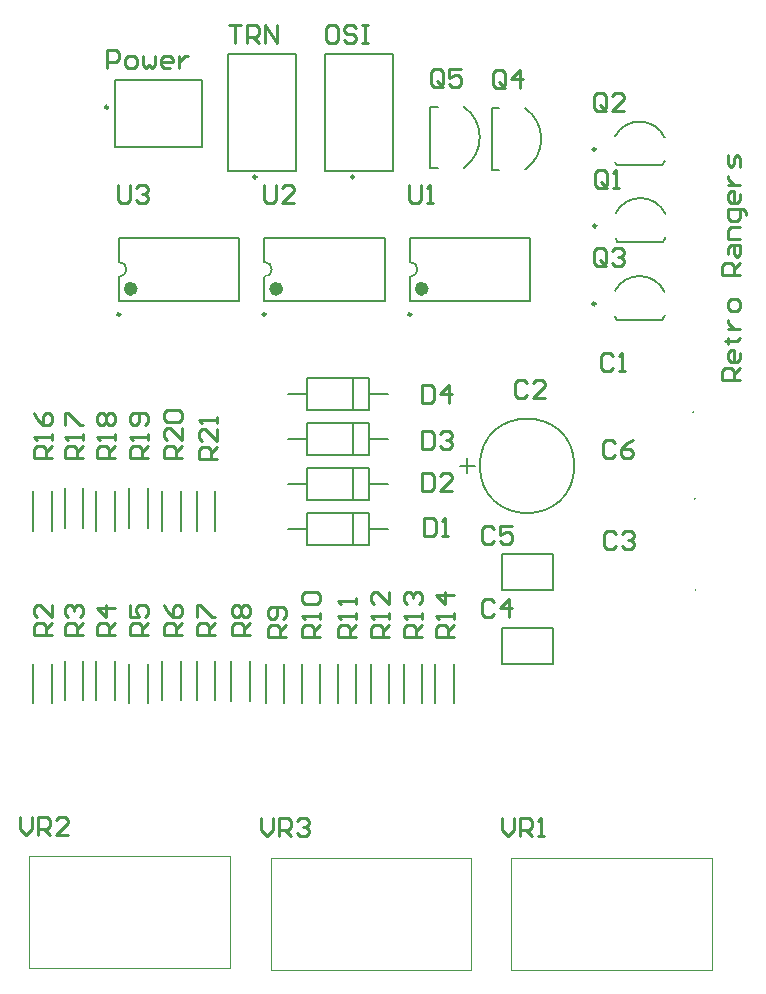
<source format=gto>
G04*
G04 #@! TF.GenerationSoftware,Altium Limited,Altium Designer,22.1.2 (22)*
G04*
G04 Layer_Color=65535*
%FSLAX25Y25*%
%MOIN*%
G70*
G04*
G04 #@! TF.SameCoordinates,46FB2184-AB63-4EF3-BAF8-E11F062B861E*
G04*
G04*
G04 #@! TF.FilePolarity,Positive*
G04*
G01*
G75*
%ADD10C,0.02362*%
%ADD11C,0.00984*%
%ADD12C,0.00787*%
%ADD13C,0.00394*%
%ADD14C,0.01000*%
D10*
X263039Y327504D02*
G03*
X263039Y327504I-1181J0D01*
G01*
X214539D02*
G03*
X214539Y327504I-1181J0D01*
G01*
X166039D02*
G03*
X166039Y327504I-1181J0D01*
G01*
D11*
X258374Y319000D02*
G03*
X258374Y319000I-492J0D01*
G01*
X319835Y322500D02*
G03*
X319835Y322500I-492J0D01*
G01*
X157346Y388000D02*
G03*
X157346Y388000I-492J0D01*
G01*
X209874Y319000D02*
G03*
X209874Y319000I-492J0D01*
G01*
X320098Y348500D02*
G03*
X320098Y348500I-492J0D01*
G01*
X319835Y374000D02*
G03*
X319835Y374000I-492J0D01*
G01*
X239295Y364787D02*
G03*
X239295Y364787I-492J0D01*
G01*
X161374Y319000D02*
G03*
X161374Y319000I-492J0D01*
G01*
X206795Y364787D02*
G03*
X206795Y364787I-492J0D01*
G01*
D12*
X257921Y331500D02*
G03*
X257921Y336500I0J2500D01*
G01*
X326323Y318171D02*
G03*
X326886Y317244I8177J4329D01*
G01*
X342114D02*
G03*
X342884Y318587I-7614J5256D01*
G01*
X342883Y326414D02*
G03*
X326324Y326831I-8383J-3914D01*
G01*
X296335Y367264D02*
G03*
X296335Y387736I-7001J10236D01*
G01*
X312748Y268500D02*
G03*
X312748Y268500I-15748J0D01*
G01*
X352512Y286500D02*
G03*
X352512Y286500I-197J0D01*
G01*
X353012Y257500D02*
G03*
X353012Y257500I-197J0D01*
G01*
X353197Y227000D02*
G03*
X353197Y227000I-197J0D01*
G01*
X275835Y367764D02*
G03*
X275835Y388236I-7001J10236D01*
G01*
X209421Y331500D02*
G03*
X209421Y336500I0J2500D01*
G01*
X326587Y344171D02*
G03*
X327150Y343244I8177J4329D01*
G01*
X342378D02*
G03*
X343148Y344587I-7614J5256D01*
G01*
X343147Y352414D02*
G03*
X326588Y352831I-8383J-3914D01*
G01*
X326323Y369671D02*
G03*
X326886Y368744I8177J4329D01*
G01*
X342114D02*
G03*
X342884Y370087I-7614J5256D01*
G01*
X342883Y377914D02*
G03*
X326324Y378331I-8383J-3914D01*
G01*
X160921Y331500D02*
G03*
X160921Y336500I0J2500D01*
G01*
X298079Y323567D02*
Y344433D01*
X257921Y336500D02*
Y344433D01*
Y323567D02*
Y331500D01*
Y344433D02*
X298079D01*
X257921Y323567D02*
X298079D01*
X198350Y190240D02*
Y203429D01*
X204650Y190240D02*
Y203429D01*
X153350Y190398D02*
Y203587D01*
X159650Y190398D02*
Y203587D01*
X170650Y189413D02*
Y202602D01*
X164350Y189413D02*
Y202602D01*
X175350Y190398D02*
Y203587D01*
X181650Y190398D02*
Y203587D01*
X186850Y190398D02*
Y203587D01*
X193150Y190398D02*
Y203587D01*
X216150Y189413D02*
Y202602D01*
X209850Y189413D02*
Y202602D01*
X228150Y189413D02*
Y202602D01*
X221850Y189413D02*
Y202602D01*
X240150Y189413D02*
Y202602D01*
X233850Y189413D02*
Y202602D01*
X251150Y189413D02*
Y202602D01*
X244850Y189413D02*
Y202602D01*
X262150Y189413D02*
Y202602D01*
X255850Y189413D02*
Y202602D01*
X272650Y189413D02*
Y202602D01*
X266350Y189413D02*
Y202602D01*
X326886Y317244D02*
X342114D01*
X285252Y367264D02*
Y387736D01*
Y367264D02*
X287673D01*
X285252Y387736D02*
X287673D01*
X274500Y268500D02*
X279500D01*
X277000Y266000D02*
Y271000D01*
X239118Y287461D02*
Y297539D01*
X217315Y292500D02*
X223764D01*
X244236D02*
X250685D01*
X244236Y287185D02*
Y297815D01*
X223764D02*
X244236D01*
X223764Y287185D02*
Y297815D01*
Y287185D02*
X244236D01*
X239118Y272461D02*
Y282539D01*
X217315Y277500D02*
X223764D01*
X244236D02*
X250685D01*
X244236Y272185D02*
Y282815D01*
X223764D02*
X244236D01*
X223764Y272185D02*
Y282815D01*
Y272185D02*
X244236D01*
X239118Y257461D02*
Y267539D01*
X217315Y262500D02*
X223764D01*
X244236D02*
X250685D01*
X244236Y257185D02*
Y267815D01*
X223764D02*
X244236D01*
X223764Y257185D02*
Y267815D01*
Y257185D02*
X244236D01*
X239118Y242461D02*
Y252539D01*
X217315Y247500D02*
X223764D01*
X244236D02*
X250685D01*
X244236Y242185D02*
Y252815D01*
X223764D02*
X244236D01*
X223764Y242185D02*
Y252815D01*
Y242185D02*
X244236D01*
X186850Y246913D02*
Y260102D01*
X193150Y246913D02*
Y260102D01*
X153350Y246913D02*
Y260102D01*
X159650Y246913D02*
Y260102D01*
X149150Y247898D02*
Y261087D01*
X142850Y247898D02*
Y261087D01*
X132350Y246913D02*
Y260102D01*
X138650Y246913D02*
Y260102D01*
X170650Y247898D02*
Y261087D01*
X164350Y247898D02*
Y261087D01*
X149150Y190398D02*
Y203587D01*
X142850Y190398D02*
Y203587D01*
X132350Y189413D02*
Y202602D01*
X138650Y189413D02*
Y202602D01*
X175350Y246913D02*
Y260102D01*
X181650Y246913D02*
Y260102D01*
X264752Y367764D02*
Y388236D01*
Y367764D02*
X267173D01*
X264752Y388236D02*
X267173D01*
X159512Y374614D02*
Y397252D01*
Y374614D02*
X188646D01*
Y397252D01*
X159512D02*
X188646D01*
X209421Y323567D02*
X249579D01*
X209421Y344433D02*
X249579D01*
X209421Y323567D02*
Y331500D01*
Y336500D02*
Y344433D01*
X249579Y323567D02*
Y344433D01*
X288496Y214504D02*
X305504D01*
X288496Y202496D02*
X305504D01*
X288496D02*
Y214504D01*
X305504Y202496D02*
Y214504D01*
X327150Y343244D02*
X342378D01*
X326886Y368744D02*
X342114D01*
X229748Y366854D02*
X252386D01*
Y405831D01*
X229748D02*
X252386D01*
X229748Y366854D02*
Y405831D01*
X160921Y323567D02*
X201079D01*
X160921Y344433D02*
X201079D01*
X160921Y323567D02*
Y331500D01*
Y336500D02*
Y344433D01*
X201079Y323567D02*
Y344433D01*
X288496Y226996D02*
X305504D01*
X288496Y239004D02*
X305504D01*
Y226996D02*
Y239004D01*
X288496Y226996D02*
Y239004D01*
X197248Y366854D02*
X219886D01*
Y405831D01*
X197248D02*
X219886D01*
X197248Y366854D02*
Y405831D01*
D13*
X358650Y100539D02*
Y137941D01*
X291721Y100539D02*
X358650D01*
X291721D02*
Y137941D01*
X358650D01*
X278465Y100539D02*
Y137941D01*
X211535Y100539D02*
X278465D01*
X211535D02*
Y137941D01*
X278465D01*
X197965Y101039D02*
Y138441D01*
X131035Y101039D02*
X197965D01*
X131035D02*
Y138441D01*
X197965D01*
D14*
X368001Y297000D02*
X362003D01*
Y299999D01*
X363002Y300999D01*
X365002D01*
X366001Y299999D01*
Y297000D01*
Y298999D02*
X368001Y300999D01*
Y305997D02*
Y303998D01*
X367001Y302998D01*
X365002D01*
X364002Y303998D01*
Y305997D01*
X365002Y306997D01*
X366001D01*
Y302998D01*
X363002Y309996D02*
X364002D01*
Y308996D01*
Y310996D01*
Y309996D01*
X367001D01*
X368001Y310996D01*
X364002Y313995D02*
X368001D01*
X366001D01*
X365002Y314994D01*
X364002Y315994D01*
Y316993D01*
X368001Y320992D02*
Y322992D01*
X367001Y323991D01*
X365002D01*
X364002Y322992D01*
Y320992D01*
X365002Y319993D01*
X367001D01*
X368001Y320992D01*
Y331989D02*
X362003D01*
Y334988D01*
X363002Y335987D01*
X365002D01*
X366001Y334988D01*
Y331989D01*
Y333988D02*
X368001Y335987D01*
X364002Y338986D02*
Y340986D01*
X365002Y341985D01*
X368001D01*
Y338986D01*
X367001Y337987D01*
X366001Y338986D01*
Y341985D01*
X368001Y343985D02*
X364002D01*
Y346984D01*
X365002Y347984D01*
X368001D01*
X370000Y351982D02*
Y352982D01*
X369000Y353982D01*
X364002D01*
Y350982D01*
X365002Y349983D01*
X367001D01*
X368001Y350982D01*
Y353982D01*
Y358980D02*
Y356981D01*
X367001Y355981D01*
X365002D01*
X364002Y356981D01*
Y358980D01*
X365002Y359980D01*
X366001D01*
Y355981D01*
X364002Y361979D02*
X368001D01*
X366001D01*
X365002Y362979D01*
X364002Y363978D01*
Y364978D01*
X368001Y367977D02*
Y370976D01*
X367001Y371976D01*
X366001Y370976D01*
Y368977D01*
X365002Y367977D01*
X364002Y368977D01*
Y371976D01*
X326299Y276198D02*
X325299Y277198D01*
X323300D01*
X322300Y276198D01*
Y272200D01*
X323300Y271200D01*
X325299D01*
X326299Y272200D01*
X332297Y277198D02*
X330297Y276198D01*
X328298Y274199D01*
Y272200D01*
X329298Y271200D01*
X331297D01*
X332297Y272200D01*
Y273199D01*
X331297Y274199D01*
X328298D01*
X326499Y245698D02*
X325499Y246698D01*
X323500D01*
X322500Y245698D01*
Y241700D01*
X323500Y240700D01*
X325499D01*
X326499Y241700D01*
X328498Y245698D02*
X329498Y246698D01*
X331497D01*
X332497Y245698D01*
Y244699D01*
X331497Y243699D01*
X330497D01*
X331497D01*
X332497Y242699D01*
Y241700D01*
X331497Y240700D01*
X329498D01*
X328498Y241700D01*
X325799Y305198D02*
X324799Y306198D01*
X322800D01*
X321800Y305198D01*
Y301200D01*
X322800Y300200D01*
X324799D01*
X325799Y301200D01*
X327798Y300200D02*
X329797D01*
X328798D01*
Y306198D01*
X327798Y305198D01*
X208400Y151098D02*
Y147099D01*
X210399Y145100D01*
X212399Y147099D01*
Y151098D01*
X214398Y145100D02*
Y151098D01*
X217397D01*
X218397Y150098D01*
Y148099D01*
X217397Y147099D01*
X214398D01*
X216397D02*
X218397Y145100D01*
X220396Y150098D02*
X221396Y151098D01*
X223395D01*
X224395Y150098D01*
Y149099D01*
X223395Y148099D01*
X222395D01*
X223395D01*
X224395Y147099D01*
Y146100D01*
X223395Y145100D01*
X221396D01*
X220396Y146100D01*
X127900Y151598D02*
Y147599D01*
X129899Y145600D01*
X131899Y147599D01*
Y151598D01*
X133898Y145600D02*
Y151598D01*
X136897D01*
X137897Y150598D01*
Y148599D01*
X136897Y147599D01*
X133898D01*
X135897D02*
X137897Y145600D01*
X143895D02*
X139896D01*
X143895Y149599D01*
Y150598D01*
X142895Y151598D01*
X140896D01*
X139896Y150598D01*
X288600Y151098D02*
Y147099D01*
X290599Y145100D01*
X292599Y147099D01*
Y151098D01*
X294598Y145100D02*
Y151098D01*
X297597D01*
X298597Y150098D01*
Y148099D01*
X297597Y147099D01*
X294598D01*
X296597D02*
X298597Y145100D01*
X300596D02*
X302595D01*
X301596D01*
Y151098D01*
X300596Y150098D01*
X160800Y362198D02*
Y357200D01*
X161800Y356200D01*
X163799D01*
X164799Y357200D01*
Y362198D01*
X166798Y361198D02*
X167798Y362198D01*
X169797D01*
X170797Y361198D01*
Y360199D01*
X169797Y359199D01*
X168797D01*
X169797D01*
X170797Y358199D01*
Y357200D01*
X169797Y356200D01*
X167798D01*
X166798Y357200D01*
X209300Y362198D02*
Y357200D01*
X210300Y356200D01*
X212299D01*
X213299Y357200D01*
Y362198D01*
X219297Y356200D02*
X215298D01*
X219297Y360199D01*
Y361198D01*
X218297Y362198D01*
X216298D01*
X215298Y361198D01*
X257800Y362198D02*
Y357200D01*
X258800Y356200D01*
X260799D01*
X261799Y357200D01*
Y362198D01*
X263798Y356200D02*
X265797D01*
X264798D01*
Y362198D01*
X263798Y361198D01*
X197500Y415598D02*
X201499D01*
X199499D01*
Y409600D01*
X203498D02*
Y415598D01*
X206497D01*
X207497Y414598D01*
Y412599D01*
X206497Y411599D01*
X203498D01*
X205497D02*
X207497Y409600D01*
X209496D02*
Y415598D01*
X213495Y409600D01*
Y415598D01*
X193499Y270845D02*
X187501D01*
Y273844D01*
X188501Y274844D01*
X190500D01*
X191500Y273844D01*
Y270845D01*
Y272844D02*
X193499Y274844D01*
Y280842D02*
Y276843D01*
X189500Y280842D01*
X188501D01*
X187501Y279842D01*
Y277842D01*
X188501Y276843D01*
X193499Y282841D02*
Y284840D01*
Y283841D01*
X187501D01*
X188501Y282841D01*
X181999Y271160D02*
X176001D01*
Y274159D01*
X177001Y275159D01*
X179000D01*
X180000Y274159D01*
Y271160D01*
Y273159D02*
X181999Y275159D01*
Y281157D02*
Y277158D01*
X178000Y281157D01*
X177001D01*
X176001Y280157D01*
Y278158D01*
X177001Y277158D01*
Y283156D02*
X176001Y284156D01*
Y286155D01*
X177001Y287155D01*
X180999D01*
X181999Y286155D01*
Y284156D01*
X180999Y283156D01*
X177001D01*
X170499Y271160D02*
X164501D01*
Y274159D01*
X165501Y275159D01*
X167500D01*
X168500Y274159D01*
Y271160D01*
Y273159D02*
X170499Y275159D01*
Y277158D02*
Y279157D01*
Y278158D01*
X164501D01*
X165501Y277158D01*
X169499Y282156D02*
X170499Y283156D01*
Y285155D01*
X169499Y286155D01*
X165501D01*
X164501Y285155D01*
Y283156D01*
X165501Y282156D01*
X166500D01*
X167500Y283156D01*
Y286155D01*
X159499Y271002D02*
X153501D01*
Y274002D01*
X154501Y275001D01*
X156500D01*
X157500Y274002D01*
Y271002D01*
Y273002D02*
X159499Y275001D01*
Y277000D02*
Y279000D01*
Y278000D01*
X153501D01*
X154501Y277000D01*
Y281999D02*
X153501Y282998D01*
Y284998D01*
X154501Y285998D01*
X155500D01*
X156500Y284998D01*
X157500Y285998D01*
X158499D01*
X159499Y284998D01*
Y282998D01*
X158499Y281999D01*
X157500D01*
X156500Y282998D01*
X155500Y281999D01*
X154501D01*
X156500Y282998D02*
Y284998D01*
X148999Y271002D02*
X143001D01*
Y274002D01*
X144001Y275001D01*
X146000D01*
X147000Y274002D01*
Y271002D01*
Y273002D02*
X148999Y275001D01*
Y277000D02*
Y279000D01*
Y278000D01*
X143001D01*
X144001Y277000D01*
X143001Y281999D02*
Y285998D01*
X144001D01*
X147999Y281999D01*
X148999D01*
X138499Y271160D02*
X132501D01*
Y274159D01*
X133501Y275159D01*
X135500D01*
X136500Y274159D01*
Y271160D01*
Y273159D02*
X138499Y275159D01*
Y277158D02*
Y279157D01*
Y278158D01*
X132501D01*
X133501Y277158D01*
X132501Y286155D02*
X133501Y284156D01*
X135500Y282156D01*
X137499D01*
X138499Y283156D01*
Y285155D01*
X137499Y286155D01*
X136500D01*
X135500Y285155D01*
Y282156D01*
X272499Y211502D02*
X266501D01*
Y214502D01*
X267501Y215501D01*
X269500D01*
X270500Y214502D01*
Y211502D01*
Y213502D02*
X272499Y215501D01*
Y217500D02*
Y219500D01*
Y218500D01*
X266501D01*
X267501Y217500D01*
X272499Y225498D02*
X266501D01*
X269500Y222499D01*
Y226498D01*
X261999Y211502D02*
X256001D01*
Y214502D01*
X257001Y215501D01*
X259000D01*
X260000Y214502D01*
Y211502D01*
Y213502D02*
X261999Y215501D01*
Y217500D02*
Y219500D01*
Y218500D01*
X256001D01*
X257001Y217500D01*
Y222499D02*
X256001Y223499D01*
Y225498D01*
X257001Y226498D01*
X258000D01*
X259000Y225498D01*
Y224498D01*
Y225498D01*
X260000Y226498D01*
X260999D01*
X261999Y225498D01*
Y223499D01*
X260999Y222499D01*
X250999Y211502D02*
X245001D01*
Y214502D01*
X246001Y215501D01*
X248000D01*
X249000Y214502D01*
Y211502D01*
Y213502D02*
X250999Y215501D01*
Y217500D02*
Y219500D01*
Y218500D01*
X245001D01*
X246001Y217500D01*
X250999Y226498D02*
Y222499D01*
X247000Y226498D01*
X246001D01*
X245001Y225498D01*
Y223499D01*
X246001Y222499D01*
X239999Y211502D02*
X234001D01*
Y214501D01*
X235001Y215501D01*
X237000D01*
X238000Y214501D01*
Y211502D01*
Y213502D02*
X239999Y215501D01*
Y217500D02*
Y219499D01*
Y218500D01*
X234001D01*
X235001Y217500D01*
X239999Y222498D02*
Y224498D01*
Y223498D01*
X234001D01*
X235001Y222498D01*
X227999Y211502D02*
X222001D01*
Y214502D01*
X223001Y215501D01*
X225000D01*
X226000Y214502D01*
Y211502D01*
Y213502D02*
X227999Y215501D01*
Y217500D02*
Y219500D01*
Y218500D01*
X222001D01*
X223001Y217500D01*
Y222499D02*
X222001Y223499D01*
Y225498D01*
X223001Y226498D01*
X226999D01*
X227999Y225498D01*
Y223499D01*
X226999Y222499D01*
X223001D01*
X216499Y211502D02*
X210501D01*
Y214501D01*
X211501Y215500D01*
X213500D01*
X214500Y214501D01*
Y211502D01*
Y213501D02*
X216499Y215500D01*
X215499Y217500D02*
X216499Y218499D01*
Y220499D01*
X215499Y221498D01*
X211501D01*
X210501Y220499D01*
Y218499D01*
X211501Y217500D01*
X212500D01*
X213500Y218499D01*
Y221498D01*
X204499Y212002D02*
X198501D01*
Y215001D01*
X199501Y216000D01*
X201500D01*
X202500Y215001D01*
Y212002D01*
Y214001D02*
X204499Y216000D01*
X199501Y218000D02*
X198501Y218999D01*
Y220999D01*
X199501Y221998D01*
X200500D01*
X201500Y220999D01*
X202500Y221998D01*
X203499D01*
X204499Y220999D01*
Y218999D01*
X203499Y218000D01*
X202500D01*
X201500Y218999D01*
X200500Y218000D01*
X199501D01*
X201500Y218999D02*
Y220999D01*
X192999Y212002D02*
X187001D01*
Y215001D01*
X188001Y216000D01*
X190000D01*
X191000Y215001D01*
Y212002D01*
Y214001D02*
X192999Y216000D01*
X187001Y218000D02*
Y221998D01*
X188001D01*
X191999Y218000D01*
X192999D01*
X181999Y212002D02*
X176001D01*
Y215001D01*
X177001Y216000D01*
X179000D01*
X180000Y215001D01*
Y212002D01*
Y214001D02*
X181999Y216000D01*
X176001Y221998D02*
X177001Y219999D01*
X179000Y218000D01*
X180999D01*
X181999Y218999D01*
Y220999D01*
X180999Y221998D01*
X180000D01*
X179000Y220999D01*
Y218000D01*
X170499Y212002D02*
X164501D01*
Y215001D01*
X165501Y216000D01*
X167500D01*
X168500Y215001D01*
Y212002D01*
Y214001D02*
X170499Y216000D01*
X164501Y221998D02*
Y218000D01*
X167500D01*
X166500Y219999D01*
Y220999D01*
X167500Y221998D01*
X169499D01*
X170499Y220999D01*
Y218999D01*
X169499Y218000D01*
X159499Y212002D02*
X153501D01*
Y215001D01*
X154501Y216000D01*
X156500D01*
X157500Y215001D01*
Y212002D01*
Y214001D02*
X159499Y216000D01*
Y220999D02*
X153501D01*
X156500Y218000D01*
Y221998D01*
X148999Y212002D02*
X143001D01*
Y215001D01*
X144001Y216000D01*
X146000D01*
X147000Y215001D01*
Y212002D01*
Y214001D02*
X148999Y216000D01*
X144001Y218000D02*
X143001Y218999D01*
Y220999D01*
X144001Y221998D01*
X145000D01*
X146000Y220999D01*
Y219999D01*
Y220999D01*
X147000Y221998D01*
X147999D01*
X148999Y220999D01*
Y218999D01*
X147999Y218000D01*
X138499Y212002D02*
X132501D01*
Y215001D01*
X133501Y216000D01*
X135500D01*
X136500Y215001D01*
Y212002D01*
Y214001D02*
X138499Y216000D01*
Y221998D02*
Y218000D01*
X134500Y221998D01*
X133501D01*
X132501Y220999D01*
Y218999D01*
X133501Y218000D01*
X268999Y395900D02*
Y399898D01*
X267999Y400898D01*
X266000D01*
X265000Y399898D01*
Y395900D01*
X266000Y394900D01*
X267999D01*
X266999Y396899D02*
X268999Y394900D01*
X267999D02*
X268999Y395900D01*
X274997Y400898D02*
X270998D01*
Y397899D01*
X272997Y398899D01*
X273997D01*
X274997Y397899D01*
Y395900D01*
X273997Y394900D01*
X271998D01*
X270998Y395900D01*
X289499Y395400D02*
Y399398D01*
X288499Y400398D01*
X286500D01*
X285500Y399398D01*
Y395400D01*
X286500Y394400D01*
X288499D01*
X287499Y396399D02*
X289499Y394400D01*
X288499D02*
X289499Y395400D01*
X294497Y394400D02*
Y400398D01*
X291498Y397399D01*
X295497D01*
X323399Y336200D02*
Y340198D01*
X322399Y341198D01*
X320400D01*
X319400Y340198D01*
Y336200D01*
X320400Y335200D01*
X322399D01*
X321399Y337199D02*
X323399Y335200D01*
X322399D02*
X323399Y336200D01*
X325398Y340198D02*
X326398Y341198D01*
X328397D01*
X329397Y340198D01*
Y339199D01*
X328397Y338199D01*
X327397D01*
X328397D01*
X329397Y337199D01*
Y336200D01*
X328397Y335200D01*
X326398D01*
X325398Y336200D01*
X323399Y387700D02*
Y391698D01*
X322399Y392698D01*
X320400D01*
X319400Y391698D01*
Y387700D01*
X320400Y386700D01*
X322399D01*
X321399Y388699D02*
X323399Y386700D01*
X322399D02*
X323399Y387700D01*
X329397Y386700D02*
X325398D01*
X329397Y390699D01*
Y391698D01*
X328397Y392698D01*
X326398D01*
X325398Y391698D01*
X323599Y362200D02*
Y366198D01*
X322599Y367198D01*
X320600D01*
X319600Y366198D01*
Y362200D01*
X320600Y361200D01*
X322599D01*
X321599Y363199D02*
X323599Y361200D01*
X322599D02*
X323599Y362200D01*
X325598Y361200D02*
X327597D01*
X326598D01*
Y367198D01*
X325598Y366198D01*
X156900Y401000D02*
Y406998D01*
X159899D01*
X160899Y405998D01*
Y403999D01*
X159899Y402999D01*
X156900D01*
X163898Y401000D02*
X165897D01*
X166897Y402000D01*
Y403999D01*
X165897Y404999D01*
X163898D01*
X162898Y403999D01*
Y402000D01*
X163898Y401000D01*
X168896Y404999D02*
Y402000D01*
X169896Y401000D01*
X170896Y402000D01*
X171895Y401000D01*
X172895Y402000D01*
Y404999D01*
X177893Y401000D02*
X175894D01*
X174894Y402000D01*
Y403999D01*
X175894Y404999D01*
X177893D01*
X178893Y403999D01*
Y402999D01*
X174894D01*
X180892Y404999D02*
Y401000D01*
Y402999D01*
X181892Y403999D01*
X182892Y404999D01*
X183891D01*
X232999Y415598D02*
X231000D01*
X230000Y414598D01*
Y410600D01*
X231000Y409600D01*
X232999D01*
X233999Y410600D01*
Y414598D01*
X232999Y415598D01*
X239997Y414598D02*
X238997Y415598D01*
X236998D01*
X235998Y414598D01*
Y413599D01*
X236998Y412599D01*
X238997D01*
X239997Y411599D01*
Y410600D01*
X238997Y409600D01*
X236998D01*
X235998Y410600D01*
X241996Y415598D02*
X243995D01*
X242996D01*
Y409600D01*
X241996D01*
X243995D01*
X262002Y295499D02*
Y289501D01*
X265001D01*
X266000Y290501D01*
Y294499D01*
X265001Y295499D01*
X262002D01*
X270999Y289501D02*
Y295499D01*
X268000Y292500D01*
X271998D01*
X262002Y279999D02*
Y274001D01*
X265001D01*
X266000Y275001D01*
Y278999D01*
X265001Y279999D01*
X262002D01*
X268000Y278999D02*
X268999Y279999D01*
X270999D01*
X271998Y278999D01*
Y278000D01*
X270999Y277000D01*
X269999D01*
X270999D01*
X271998Y276000D01*
Y275001D01*
X270999Y274001D01*
X268999D01*
X268000Y275001D01*
X262002Y265999D02*
Y260001D01*
X265001D01*
X266000Y261001D01*
Y264999D01*
X265001Y265999D01*
X262002D01*
X271998Y260001D02*
X268000D01*
X271998Y264000D01*
Y264999D01*
X270999Y265999D01*
X268999D01*
X268000Y264999D01*
X262501Y250999D02*
Y245001D01*
X265500D01*
X266500Y246001D01*
Y249999D01*
X265500Y250999D01*
X262501D01*
X268499Y245001D02*
X270499D01*
X269499D01*
Y250999D01*
X268499Y249999D01*
X286099Y247498D02*
X285099Y248498D01*
X283100D01*
X282100Y247498D01*
Y243500D01*
X283100Y242500D01*
X285099D01*
X286099Y243500D01*
X292097Y248498D02*
X288098D01*
Y245499D01*
X290097Y246499D01*
X291097D01*
X292097Y245499D01*
Y243500D01*
X291097Y242500D01*
X289098D01*
X288098Y243500D01*
X286099Y222998D02*
X285099Y223998D01*
X283100D01*
X282100Y222998D01*
Y219000D01*
X283100Y218000D01*
X285099D01*
X286099Y219000D01*
X291097Y218000D02*
Y223998D01*
X288098Y220999D01*
X292097D01*
X297111Y295999D02*
X296111Y296999D01*
X294111D01*
X293112Y295999D01*
Y292001D01*
X294111Y291001D01*
X296111D01*
X297111Y292001D01*
X303109Y291001D02*
X299110D01*
X303109Y295000D01*
Y295999D01*
X302109Y296999D01*
X300110D01*
X299110Y295999D01*
M02*

</source>
